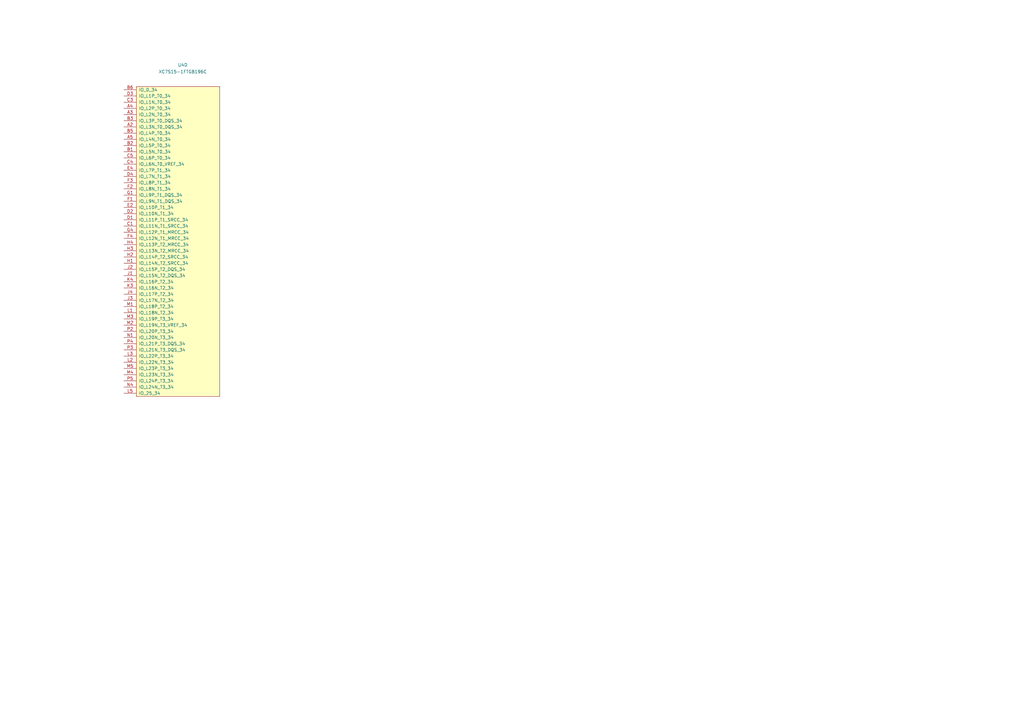
<source format=kicad_sch>
(kicad_sch (version 20211123) (generator eeschema)
  (paper "A3")
  (title_block (title "Active 10/100/1000baseT Tap") (date "2022-12-20") (rev "0.1") (company "Antikernel Labs") (comment 1 "Andrew D. Zonenberg"))
  (lib_symbols
    (symbol "xilinx-azonenberg:XC7Sx-FTGB196" (pin_names (offset 1.016))
      (property "Reference" "U" (at 1.27 -1.27 0))
      (property "Value" "XC7Sx-FTGB196" (at 7.62 -3.81 0))
      (symbol "XC7Sx-FTGB196_1_1"
        (rectangle (start 0 132.08) (end 38.1 0) (fill (type background)))
        (pin power_in line (at 43.18 125.73 180) (length 5.08) (name "GND") (number "A1"))
        (pin power_in line (at 43.18 118.11 180) (length 5.08) (name "GND") (number "A11"))
        (pin power_in line (at 43.18 115.57 180) (length 5.08) (name "GND") (number "A14"))
        (pin power_in line (at 43.18 123.19 180) (length 5.08) (name "GND") (number "A6"))
        (pin power_in line (at 43.18 120.65 180) (length 5.08) (name "GND") (number "A9"))
        (pin power_in line (at 43.18 113.03 180) (length 5.08) (name "GND") (number "B4"))
        (pin power_in line (at 43.18 110.49 180) (length 5.08) (name "GND") (number "B7"))
        (pin power_in line (at -5.08 125.73 0) (length 5.08) (name "VCCBATT_0") (number "B8"))
        (pin power_in line (at 43.18 107.95 180) (length 5.08) (name "GND") (number "B9"))
        (pin power_in line (at 43.18 92.71 180) (length 5.08) (name "GND") (number "C13"))
        (pin power_in line (at 43.18 105.41 180) (length 5.08) (name "GND") (number "C2"))
        (pin power_in line (at 43.18 102.87 180) (length 5.08) (name "GND") (number "C6"))
        (pin power_in line (at 43.18 100.33 180) (length 5.08) (name "GND") (number "C7"))
        (pin power_in line (at 43.18 97.79 180) (length 5.08) (name "GND") (number "C8"))
        (pin power_in line (at 43.18 95.25 180) (length 5.08) (name "GND") (number "C9"))
        (pin power_in line (at 43.18 82.55 180) (length 5.08) (name "GND") (number "D11"))
        (pin power_in line (at 43.18 90.17 180) (length 5.08) (name "GND") (number "D5"))
        (pin power_in line (at -5.08 120.65 0) (length 5.08) (name "VCCINT") (number "D6"))
        (pin power_in line (at 43.18 87.63 180) (length 5.08) (name "GND") (number "D7"))
        (pin power_in line (at -5.08 118.11 0) (length 5.08) (name "VCCINT") (number "D8"))
        (pin power_in line (at 43.18 85.09 180) (length 5.08) (name "GND") (number "D9"))
        (pin power_in line (at 43.18 80.01 180) (length 5.08) (name "GND") (number "E1"))
        (pin power_in line (at 43.18 69.85 180) (length 5.08) (name "GND") (number "E10"))
        (pin power_in line (at 43.18 67.31 180) (length 5.08) (name "GND") (number "E14"))
        (pin power_in line (at 43.18 77.47 180) (length 5.08) (name "GND") (number "E3"))
        (pin power_in line (at -5.08 92.71 0) (length 5.08) (name "VCCBRAM") (number "E5"))
        (pin power_in line (at 43.18 74.93 180) (length 5.08) (name "GND") (number "E6"))
        (pin power_in line (at -5.08 115.57 0) (length 5.08) (name "VCCINT") (number "E7"))
        (pin power_in line (at 43.18 72.39 180) (length 5.08) (name "GND") (number "E8"))
        (pin power_in line (at -5.08 113.03 0) (length 5.08) (name "VCCINT") (number "E9"))
        (pin power_in line (at -5.08 82.55 0) (length 5.08) (name "VCCAUX") (number "F10"))
        (pin power_in line (at 43.18 64.77 180) (length 5.08) (name "GND") (number "F5"))
        (pin power_in line (at -5.08 110.49 0) (length 5.08) (name "VCCINT") (number "F6"))
        (pin power_in line (at 43.18 130.81 180) (length 5.08) (name "GNDADC_0") (number "F7"))
        (pin power_in line (at -5.08 130.81 0) (length 5.08) (name "VCCADC_0") (number "F8"))
        (pin power_in line (at 43.18 62.23 180) (length 5.08) (name "GND") (number "F9"))
        (pin power_in line (at 43.18 54.61 180) (length 5.08) (name "GND") (number "G10"))
        (pin power_in line (at 43.18 52.07 180) (length 5.08) (name "GND") (number "G12"))
        (pin power_in line (at -5.08 62.23 0) (length 5.08) (name "VCCO_14") (number "G13"))
        (pin power_in line (at -5.08 52.07 0) (length 5.08) (name "VCCO_34") (number "G2"))
        (pin power_in line (at 43.18 59.69 180) (length 5.08) (name "GND") (number "G3"))
        (pin power_in line (at -5.08 90.17 0) (length 5.08) (name "VCCBRAM") (number "G5"))
        (pin power_in line (at 43.18 57.15 180) (length 5.08) (name "GND") (number "G6"))
        (pin power_in line (at -5.08 107.95 0) (length 5.08) (name "VCCINT") (number "G9"))
        (pin power_in line (at -5.08 80.01 0) (length 5.08) (name "VCCAUX") (number "H10"))
        (pin power_in line (at 43.18 49.53 180) (length 5.08) (name "GND") (number "H5"))
        (pin power_in line (at -5.08 105.41 0) (length 5.08) (name "VCCINT") (number "H6"))
        (pin power_in line (at 43.18 46.99 180) (length 5.08) (name "GND") (number "H9"))
        (pin power_in line (at 43.18 41.91 180) (length 5.08) (name "GND") (number "J10"))
        (pin power_in line (at -5.08 87.63 0) (length 5.08) (name "VCCBRAM") (number "J5"))
        (pin power_in line (at 43.18 44.45 180) (length 5.08) (name "GND") (number "J6"))
        (pin power_in line (at -5.08 102.87 0) (length 5.08) (name "VCCINT") (number "J9"))
        (pin power_in line (at 43.18 39.37 180) (length 5.08) (name "GND") (number "K1"))
        (pin power_in line (at -5.08 77.47 0) (length 5.08) (name "VCCAUX") (number "K10"))
        (pin power_in line (at -5.08 59.69 0) (length 5.08) (name "VCCO_14") (number "K13"))
        (pin power_in line (at 43.18 29.21 180) (length 5.08) (name "GND") (number "K14"))
        (pin power_in line (at -5.08 49.53 0) (length 5.08) (name "VCCO_34") (number "K2"))
        (pin power_in line (at 43.18 36.83 180) (length 5.08) (name "GND") (number "K5"))
        (pin power_in line (at -5.08 100.33 0) (length 5.08) (name "VCCINT") (number "K6"))
        (pin power_in line (at 43.18 34.29 180) (length 5.08) (name "GND") (number "K7"))
        (pin power_in line (at -5.08 97.79 0) (length 5.08) (name "VCCINT") (number "K8"))
        (pin power_in line (at 43.18 31.75 180) (length 5.08) (name "GND") (number "K9"))
        (pin power_in line (at 43.18 19.05 180) (length 5.08) (name "GND") (number "L10"))
        (pin power_in line (at 43.18 16.51 180) (length 5.08) (name "GND") (number "L11"))
        (pin power_in line (at 43.18 26.67 180) (length 5.08) (name "GND") (number "L4"))
        (pin power_in line (at 43.18 24.13 180) (length 5.08) (name "GND") (number "L6"))
        (pin power_in line (at 43.18 21.59 180) (length 5.08) (name "GND") (number "L8"))
        (pin power_in line (at -5.08 74.93 0) (length 5.08) (name "VCCAUX") (number "L9"))
        (pin power_in line (at 43.18 6.35 180) (length 5.08) (name "GND") (number "N12"))
        (pin power_in line (at -5.08 57.15 0) (length 5.08) (name "VCCO_14") (number "N13"))
        (pin power_in line (at -5.08 46.99 0) (length 5.08) (name "VCCO_34") (number "N2"))
        (pin power_in line (at 43.18 13.97 180) (length 5.08) (name "GND") (number "N3"))
        (pin power_in line (at 43.18 11.43 180) (length 5.08) (name "GND") (number "N5"))
        (pin power_in line (at -5.08 69.85 0) (length 5.08) (name "VCCO_0") (number "N6"))
        (pin power_in line (at -5.08 67.31 0) (length 5.08) (name "VCCO_0") (number "N8"))
        (pin power_in line (at 43.18 8.89 180) (length 5.08) (name "GND") (number "N9"))
        (pin power_in line (at 43.18 3.81 180) (length 5.08) (name "GND") (number "P1"))
        (pin power_in line (at 43.18 1.27 180) (length 5.08) (name "GND") (number "P14"))
      )
      (symbol "XC7Sx-FTGB196_2_1"
        (rectangle (start 0 50.8) (end 24.13 0) (fill (type background)))
        (pin input line (at -5.08 19.05 0) (length 5.08) (name "TCK_0") (number "A7"))
        (pin output line (at 29.21 41.91 180) (length 5.08) (name "CCLK_0") (number "A8"))
        (pin power_in line (at -5.08 49.53 0) (length 5.08) (name "VREFN_0") (number "G7"))
        (pin input line (at -5.08 31.75 0) (length 5.08) (name "VP_0") (number "G8"))
        (pin input line (at -5.08 34.29 0) (length 5.08) (name "VN_0") (number "H7"))
        (pin power_in line (at -5.08 46.99 0) (length 5.08) (name "VREFP_0") (number "H8"))
        (pin passive line (at -5.08 41.91 0) (length 5.08) (name "DXN_0") (number "J7"))
        (pin passive line (at -5.08 39.37 0) (length 5.08) (name "DXP_0") (number "J8"))
        (pin input line (at -5.08 11.43 0) (length 5.08) (name "PROGRAM_B_0") (number "L7"))
        (pin input line (at -5.08 21.59 0) (length 5.08) (name "TMS_0") (number "M6"))
        (pin input line (at -5.08 6.35 0) (length 5.08) (name "M0_0") (number "M7"))
        (pin input line (at -5.08 3.81 0) (length 5.08) (name "M1_0") (number "M8"))
        (pin input line (at -5.08 1.27 0) (length 5.08) (name "M2_0") (number "M9"))
        (pin input line (at -5.08 13.97 0) (length 5.08) (name "CFGBVS_0") (number "N7"))
        (pin output line (at -5.08 24.13 0) (length 5.08) (name "TDO_0") (number "P6"))
        (pin input line (at -5.08 26.67 0) (length 5.08) (name "TDI_0") (number "P7"))
        (pin output line (at 29.21 49.53 180) (length 5.08) (name "INIT_B_0") (number "P8"))
        (pin output line (at 29.21 46.99 180) (length 5.08) (name "DONE_0") (number "P9"))
      )
      (symbol "XC7Sx-FTGB196_3_1"
        (rectangle (start 0 127) (end 34.29 0) (fill (type background)))
        (pin bidirectional line (at -5.08 110.49 0) (length 5.08) (name "IO_L3N_T0_DQS_EMCCLK_14") (number "A10"))
        (pin bidirectional line (at -5.08 107.95 0) (length 5.08) (name "IO_L4P_T0_D04_14") (number "A12"))
        (pin bidirectional line (at -5.08 105.41 0) (length 5.08) (name "IO_L4N_T0_D05_14") (number "A13"))
        (pin bidirectional line (at -5.08 113.03 0) (length 5.08) (name "IO_L3P_T0_DQS_PUDC_B_14") (number "B10"))
        (pin bidirectional line (at -5.08 123.19 0) (length 5.08) (name "IO_L1P_T0_D00_MOSI_14") (number "B11"))
        (pin bidirectional line (at -5.08 120.65 0) (length 5.08) (name "IO_L1N_T0_D01_DIN_14") (number "B12"))
        (pin bidirectional line (at -5.08 102.87 0) (length 5.08) (name "IO_L5P_T0_D06_14") (number "B13"))
        (pin bidirectional line (at -5.08 100.33 0) (length 5.08) (name "IO_L5N_T0_D07_14") (number "B14"))
        (pin bidirectional line (at -5.08 115.57 0) (length 5.08) (name "IO_L2N_T0_D03_14") (number "C10"))
        (pin bidirectional line (at -5.08 97.79 0) (length 5.08) (name "IO_L6P_T0_FCS_B_14") (number "C11"))
        (pin bidirectional line (at -5.08 95.25 0) (length 5.08) (name "IO_L6N_T0_D08_VREF_14") (number "C12"))
        (pin bidirectional line (at -5.08 69.85 0) (length 5.08) (name "IO_L11N_T1_SRCC_14") (number "C14"))
        (pin bidirectional line (at -5.08 118.11 0) (length 5.08) (name "IO_L2P_T0_D02_14") (number "D10"))
        (pin bidirectional line (at -5.08 87.63 0) (length 5.08) (name "IO_L8P_T1_D11_14") (number "D12"))
        (pin bidirectional line (at -5.08 85.09 0) (length 5.08) (name "IO_L8N_T1_D12_14") (number "D13"))
        (pin bidirectional line (at -5.08 72.39 0) (length 5.08) (name "IO_L11P_T1_SRCC_14") (number "D14"))
        (pin bidirectional line (at -5.08 125.73 0) (length 5.08) (name "IO_0_14") (number "E11"))
        (pin bidirectional line (at -5.08 90.17 0) (length 5.08) (name "IO_L7N_T1_D10_14") (number "E12"))
        (pin bidirectional line (at -5.08 74.93 0) (length 5.08) (name "IO_L10N_T1_D15_14") (number "E13"))
        (pin bidirectional line (at -5.08 64.77 0) (length 5.08) (name "IO_L12N_T1_MRCC_14") (number "F11"))
        (pin bidirectional line (at -5.08 92.71 0) (length 5.08) (name "IO_L7P_T1_D09_14") (number "F12"))
        (pin bidirectional line (at -5.08 77.47 0) (length 5.08) (name "IO_L10P_T1_D14_14") (number "F13"))
        (pin bidirectional line (at -5.08 80.01 0) (length 5.08) (name "IO_L9N_T1_DQS_D13_14") (number "F14"))
        (pin bidirectional line (at -5.08 67.31 0) (length 5.08) (name "IO_L12P_T1_MRCC_14") (number "G11"))
        (pin bidirectional line (at -5.08 82.55 0) (length 5.08) (name "IO_L9P_T1_DQS_14") (number "G14"))
        (pin bidirectional line (at -5.08 62.23 0) (length 5.08) (name "IO_L13P_T2_MRCC_14") (number "H11"))
        (pin bidirectional line (at -5.08 59.69 0) (length 5.08) (name "IO_L13N_T2_MRCC_14") (number "H12"))
        (pin bidirectional line (at -5.08 57.15 0) (length 5.08) (name "IO_L14P_T2_SRCC_14") (number "H13"))
        (pin bidirectional line (at -5.08 54.61 0) (length 5.08) (name "IO_L14N_T2_SRCC_14") (number "H14"))
        (pin bidirectional line (at -5.08 41.91 0) (length 5.08) (name "IO_L17P_T2_D30_14") (number "J11"))
        (pin bidirectional line (at -5.08 39.37 0) (length 5.08) (name "IO_L17N_T2_D29_14") (number "J12"))
        (pin bidirectional line (at -5.08 36.83 0) (length 5.08) (name "IO_L18P_T2_D28_14") (number "J13"))
        (pin bidirectional line (at -5.08 34.29 0) (length 5.08) (name "IO_L18N_T2_D27_14") (number "J14"))
        (pin bidirectional line (at -5.08 31.75 0) (length 5.08) (name "IO_L19P_T3_D26_14") (number "K11"))
        (pin bidirectional line (at -5.08 29.21 0) (length 5.08) (name "IO_L19N_T3_D25_VREF_14") (number "K12"))
        (pin bidirectional line (at -5.08 46.99 0) (length 5.08) (name "IO_L16P_T2_CSI_B_14") (number "L12"))
        (pin bidirectional line (at -5.08 44.45 0) (length 5.08) (name "IO_L16N_T2_D31_14") (number "L13"))
        (pin bidirectional line (at -5.08 49.53 0) (length 5.08) (name "IO_L15N_T2_DQS_DOUT_CSO_B_14") (number "L14"))
        (pin bidirectional line (at -5.08 1.27 0) (length 5.08) (name "IO_25_14") (number "M10"))
        (pin bidirectional line (at -5.08 26.67 0) (length 5.08) (name "IO_L20P_T3_D24_14") (number "M11"))
        (pin bidirectional line (at -5.08 24.13 0) (length 5.08) (name "IO_L20N_T3_D23_14") (number "M12"))
        (pin bidirectional line (at -5.08 52.07 0) (length 5.08) (name "IO_L15P_T2_DQS_RDWR_B_14") (number "M13"))
        (pin bidirectional line (at -5.08 19.05 0) (length 5.08) (name "IO_L21N_T3_DQS_D22_14") (number "M14"))
        (pin bidirectional line (at -5.08 11.43 0) (length 5.08) (name "IO_L23P_T3_D19_14") (number "N10"))
        (pin bidirectional line (at -5.08 8.89 0) (length 5.08) (name "IO_L23N_T3_D18_14") (number "N11"))
        (pin bidirectional line (at -5.08 21.59 0) (length 5.08) (name "IO_L21P_T3_DQS_14") (number "N14"))
        (pin bidirectional line (at -5.08 6.35 0) (length 5.08) (name "IO_L24P_T3_D17_14") (number "P10"))
        (pin bidirectional line (at -5.08 3.81 0) (length 5.08) (name "IO_L24N_T3_D16_14") (number "P11"))
        (pin bidirectional line (at -5.08 16.51 0) (length 5.08) (name "IO_L22P_T3_D21_14") (number "P12"))
        (pin bidirectional line (at -5.08 13.97 0) (length 5.08) (name "IO_L22N_T3_D20_14") (number "P13"))
      )
      (symbol "XC7Sx-FTGB196_4_1"
        (rectangle (start 0 127) (end 34.29 0) (fill (type background)))
        (pin bidirectional line (at -5.08 110.49 0) (length 5.08) (name "IO_L3N_T0_DQS_34") (number "A2"))
        (pin bidirectional line (at -5.08 115.57 0) (length 5.08) (name "IO_L2N_T0_34") (number "A3"))
        (pin bidirectional line (at -5.08 118.11 0) (length 5.08) (name "IO_L2P_T0_34") (number "A4"))
        (pin bidirectional line (at -5.08 105.41 0) (length 5.08) (name "IO_L4N_T0_34") (number "A5"))
        (pin bidirectional line (at -5.08 100.33 0) (length 5.08) (name "IO_L5N_T0_34") (number "B1"))
        (pin bidirectional line (at -5.08 102.87 0) (length 5.08) (name "IO_L5P_T0_34") (number "B2"))
        (pin bidirectional line (at -5.08 113.03 0) (length 5.08) (name "IO_L3P_T0_DQS_34") (number "B3"))
        (pin bidirectional line (at -5.08 107.95 0) (length 5.08) (name "IO_L4P_T0_34") (number "B5"))
        (pin bidirectional line (at -5.08 125.73 0) (length 5.08) (name "IO_0_34") (number "B6"))
        (pin bidirectional line (at -5.08 69.85 0) (length 5.08) (name "IO_L11N_T1_SRCC_34") (number "C1"))
        (pin bidirectional line (at -5.08 120.65 0) (length 5.08) (name "IO_L1N_T0_34") (number "C3"))
        (pin bidirectional line (at -5.08 95.25 0) (length 5.08) (name "IO_L6N_T0_VREF_34") (number "C4"))
        (pin bidirectional line (at -5.08 97.79 0) (length 5.08) (name "IO_L6P_T0_34") (number "C5"))
        (pin bidirectional line (at -5.08 72.39 0) (length 5.08) (name "IO_L11P_T1_SRCC_34") (number "D1"))
        (pin bidirectional line (at -5.08 74.93 0) (length 5.08) (name "IO_L10N_T1_34") (number "D2"))
        (pin bidirectional line (at -5.08 123.19 0) (length 5.08) (name "IO_L1P_T0_34") (number "D3"))
        (pin bidirectional line (at -5.08 90.17 0) (length 5.08) (name "IO_L7N_T1_34") (number "D4"))
        (pin bidirectional line (at -5.08 77.47 0) (length 5.08) (name "IO_L10P_T1_34") (number "E2"))
        (pin bidirectional line (at -5.08 92.71 0) (length 5.08) (name "IO_L7P_T1_34") (number "E4"))
        (pin bidirectional line (at -5.08 80.01 0) (length 5.08) (name "IO_L9N_T1_DQS_34") (number "F1"))
        (pin bidirectional line (at -5.08 85.09 0) (length 5.08) (name "IO_L8N_T1_34") (number "F2"))
        (pin bidirectional line (at -5.08 87.63 0) (length 5.08) (name "IO_L8P_T1_34") (number "F3"))
        (pin bidirectional line (at -5.08 64.77 0) (length 5.08) (name "IO_L12N_T1_MRCC_34") (number "F4"))
        (pin bidirectional line (at -5.08 82.55 0) (length 5.08) (name "IO_L9P_T1_DQS_34") (number "G1"))
        (pin bidirectional line (at -5.08 67.31 0) (length 5.08) (name "IO_L12P_T1_MRCC_34") (number "G4"))
        (pin bidirectional line (at -5.08 54.61 0) (length 5.08) (name "IO_L14N_T2_SRCC_34") (number "H1"))
        (pin bidirectional line (at -5.08 57.15 0) (length 5.08) (name "IO_L14P_T2_SRCC_34") (number "H2"))
        (pin bidirectional line (at -5.08 59.69 0) (length 5.08) (name "IO_L13N_T2_MRCC_34") (number "H3"))
        (pin bidirectional line (at -5.08 62.23 0) (length 5.08) (name "IO_L13P_T2_MRCC_34") (number "H4"))
        (pin bidirectional line (at -5.08 49.53 0) (length 5.08) (name "IO_L15N_T2_DQS_34") (number "J1"))
        (pin bidirectional line (at -5.08 52.07 0) (length 5.08) (name "IO_L15P_T2_DQS_34") (number "J2"))
        (pin bidirectional line (at -5.08 39.37 0) (length 5.08) (name "IO_L17N_T2_34") (number "J3"))
        (pin bidirectional line (at -5.08 41.91 0) (length 5.08) (name "IO_L17P_T2_34") (number "J4"))
        (pin bidirectional line (at -5.08 44.45 0) (length 5.08) (name "IO_L16N_T2_34") (number "K3"))
        (pin bidirectional line (at -5.08 46.99 0) (length 5.08) (name "IO_L16P_T2_34") (number "K4"))
        (pin bidirectional line (at -5.08 34.29 0) (length 5.08) (name "IO_L18N_T2_34") (number "L1"))
        (pin bidirectional line (at -5.08 13.97 0) (length 5.08) (name "IO_L22N_T3_34") (number "L2"))
        (pin bidirectional line (at -5.08 16.51 0) (length 5.08) (name "IO_L22P_T3_34") (number "L3"))
        (pin bidirectional line (at -5.08 1.27 0) (length 5.08) (name "IO_25_34") (number "L5"))
        (pin bidirectional line (at -5.08 36.83 0) (length 5.08) (name "IO_L18P_T2_34") (number "M1"))
        (pin bidirectional line (at -5.08 29.21 0) (length 5.08) (name "IO_L19N_T3_VREF_34") (number "M2"))
        (pin bidirectional line (at -5.08 31.75 0) (length 5.08) (name "IO_L19P_T3_34") (number "M3"))
        (pin bidirectional line (at -5.08 8.89 0) (length 5.08) (name "IO_L23N_T3_34") (number "M4"))
        (pin bidirectional line (at -5.08 11.43 0) (length 5.08) (name "IO_L23P_T3_34") (number "M5"))
        (pin bidirectional line (at -5.08 24.13 0) (length 5.08) (name "IO_L20N_T3_34") (number "N1"))
        (pin bidirectional line (at -5.08 3.81 0) (length 5.08) (name "IO_L24N_T3_34") (number "N4"))
        (pin bidirectional line (at -5.08 26.67 0) (length 5.08) (name "IO_L20P_T3_34") (number "P2"))
        (pin bidirectional line (at -5.08 19.05 0) (length 5.08) (name "IO_L21N_T3_DQS_34") (number "P3"))
        (pin bidirectional line (at -5.08 21.59 0) (length 5.08) (name "IO_L21P_T3_DQS_34") (number "P4"))
        (pin bidirectional line (at -5.08 6.35 0) (length 5.08) (name "IO_L24P_T3_34") (number "P5"))
      )
    )
  )
  (symbol (lib_id "xilinx-azonenberg:XC7Sx-FTGB196") (at 55.88 162.56 0) (unit 4)
    (property "Reference" "U4" (at 74.93 26.6405 0))
    (property "Value" "XC7S15-1FTGB196C" (at 74.93 29.4156 0))
  )
)
</source>
